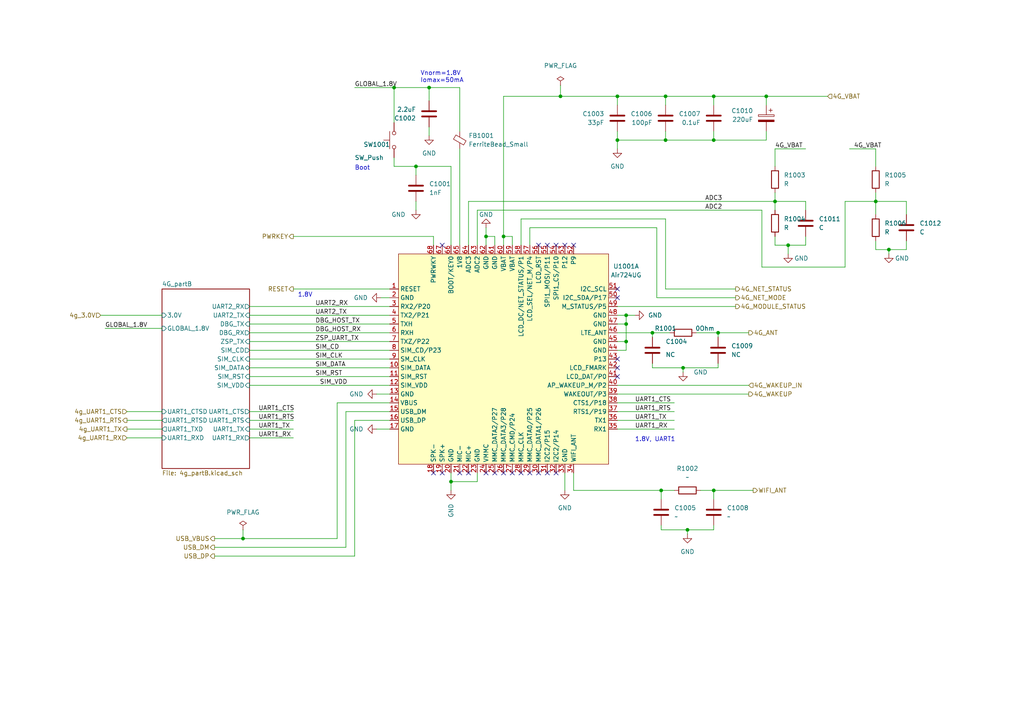
<source format=kicad_sch>
(kicad_sch (version 20211123) (generator eeschema)
  (paper "A4")
  (lib_symbols
    (symbol "Device:C" (pin_numbers hide) (pin_names (offset 0.254))
      (property "Reference" "C" (at 0.635 2.54 0))
      (property "Value" "C" (at 0.635 -2.54 0))
      (symbol "C_0_1"
        (polyline (pts (xy -2.032 -0.762) (xy 2.032 -0.762)) (stroke (width 0.508)))
        (polyline (pts (xy -2.032 0.762) (xy 2.032 0.762)) (stroke (width 0.508)))
      )
      (symbol "C_1_1"
        (pin passive line (at 0 3.81 270) (length 2.794) (name "~") (number "1"))
        (pin passive line (at 0 -3.81 90) (length 2.794) (name "~") (number "2"))
      )
    )
    (symbol "Device:C_Polarized" (pin_numbers hide) (pin_names (offset 0.254))
      (property "Reference" "C" (at 0.635 2.54 0))
      (property "Value" "C_Polarized" (at 0.635 -2.54 0))
      (symbol "C_Polarized_0_1"
        (rectangle (start -2.286 0.508) (end 2.286 1.016))
        (polyline (pts (xy -1.778 2.286) (xy -0.762 2.286)))
        (polyline (pts (xy -1.27 2.794) (xy -1.27 1.778)))
        (rectangle (start 2.286 -0.508) (end -2.286 -1.016) (fill (type outline)))
      )
      (symbol "C_Polarized_1_1"
        (pin passive line (at 0 3.81 270) (length 2.794) (name "~") (number "1"))
        (pin passive line (at 0 -3.81 90) (length 2.794) (name "~") (number "2"))
      )
    )
    (symbol "Device:FerriteBead_Small" (pin_numbers hide) (pin_names (offset 0))
      (property "Reference" "FB" (at 1.905 1.27 0))
      (property "Value" "FerriteBead_Small" (at 1.905 -1.27 0))
      (symbol "FerriteBead_Small_0_1"
        (polyline (pts (xy 0 -1.27) (xy 0 -0.7874)))
        (polyline (pts (xy 0 0.889) (xy 0 1.2954)))
        (polyline (pts (xy -1.8288 0.2794) (xy -1.1176 1.4986) (xy 1.8288 -0.2032) (xy 1.1176 -1.4224) (xy -1.8288 0.2794)))
      )
      (symbol "FerriteBead_Small_1_1"
        (pin passive line (at 0 2.54 270) (length 1.27) (name "~") (number "1"))
        (pin passive line (at 0 -2.54 90) (length 1.27) (name "~") (number "2"))
      )
    )
    (symbol "Device:R" (pin_numbers hide) (pin_names (offset 0))
      (property "Reference" "R" (at 2.032 0 90))
      (property "Value" "R" (at 0 0 90))
      (symbol "R_0_1"
        (rectangle (start -1.016 -2.54) (end 1.016 2.54) (stroke (width 0.254)))
      )
      (symbol "R_1_1"
        (pin passive line (at 0 3.81 270) (length 1.27) (name "~") (number "1"))
        (pin passive line (at 0 -3.81 90) (length 1.27) (name "~") (number "2"))
      )
    )
    (symbol "Switch:SW_Push" (pin_numbers hide) (pin_names (offset 1.016) hide)
      (property "Reference" "SW" (at 1.27 2.54 0))
      (property "Value" "SW_Push" (at 0 -1.524 0))
      (symbol "SW_Push_0_1"
        (circle (center -2.032 0) (radius 0.508))
        (polyline (pts (xy 0 1.27) (xy 0 3.048)))
        (polyline (pts (xy 2.54 1.27) (xy -2.54 1.27)))
        (circle (center 2.032 0) (radius 0.508))
        (pin passive line (at -5.08 0 0) (length 2.54) (name "1") (number "1"))
        (pin passive line (at 5.08 0 180) (length 2.54) (name "2") (number "2"))
      )
    )
    (symbol "lp-collapse:Air724UG"
      (property "Reference" "U" (at 0 0 0))
      (property "Value" "Air724UG" (at 0 0 0))
      (symbol "Air724UG_1_1"
        (rectangle (start -30.48 30.48) (end 30.48 -30.48) (fill (type background)))
        (pin input line (at -33.02 20.32 0) (length 2.54) (name "RESET") (number "1"))
        (pin input line (at -33.02 -2.54 0) (length 2.54) (name "SIM_DATA") (number "10"))
        (pin output line (at -33.02 -5.08 0) (length 2.54) (name "SIM_RST") (number "11"))
        (pin power_out line (at -33.02 -7.62 0) (length 2.54) (name "SIM_VDD") (number "12"))
        (pin power_in line (at -33.02 -10.16 0) (length 2.54) (name "GND") (number "13"))
        (pin power_in line (at -33.02 -12.7 0) (length 2.54) (name "VBUS") (number "14"))
        (pin bidirectional line (at -33.02 -15.24 0) (length 2.54) (name "USB_DM") (number "15"))
        (pin bidirectional line (at -33.02 -17.78 0) (length 2.54) (name "USB_DP") (number "16"))
        (pin input line (at -33.02 -20.32 0) (length 2.54) (name "GND") (number "17"))
        (pin output line (at -20.32 -33.02 90) (length 2.54) (name "SPK-") (number "18"))
        (pin output line (at -17.78 -33.02 90) (length 2.54) (name "SPK+") (number "19"))
        (pin power_in line (at -33.02 17.78 0) (length 2.54) (name "GND") (number "2"))
        (pin power_in line (at -15.24 -33.02 90) (length 2.54) (name "GND") (number "20"))
        (pin bidirectional line (at -12.7 -33.02 90) (length 2.54) (name "MIC-") (number "21"))
        (pin bidirectional line (at -10.16 -33.02 90) (length 2.54) (name "MIC+") (number "22"))
        (pin power_in line (at -7.62 -33.02 90) (length 2.54) (name "GND") (number "23"))
        (pin power_out line (at -5.08 -33.02 90) (length 2.54) (name "VMMC") (number "24"))
        (pin bidirectional line (at -2.54 -33.02 90) (length 2.54) (name "MMC_DATA2/P27") (number "25"))
        (pin bidirectional line (at 0 -33.02 90) (length 2.54) (name "MMC_DATA3/P28") (number "26"))
        (pin bidirectional line (at 2.54 -33.02 90) (length 2.54) (name "MMC_CMD/P24") (number "27"))
        (pin bidirectional line (at 5.08 -33.02 90) (length 2.54) (name "MMC_CLK") (number "28"))
        (pin bidirectional line (at 7.62 -33.02 90) (length 2.54) (name "MMC_DATA0/P25") (number "29"))
        (pin bidirectional line (at -33.02 15.24 0) (length 2.54) (name "RX2/P20") (number "3"))
        (pin bidirectional line (at 10.16 -33.02 90) (length 2.54) (name "MMC_DATA1/P26") (number "30"))
        (pin bidirectional line (at 12.7 -33.02 90) (length 2.54) (name "I2C2/P15") (number "31"))
        (pin bidirectional line (at 15.24 -33.02 90) (length 2.54) (name "I2C2/P14") (number "32"))
        (pin power_in line (at 17.78 -33.02 90) (length 2.54) (name "GND") (number "33"))
        (pin passive line (at 20.32 -33.02 90) (length 2.54) (name "WIFI_ANT") (number "34"))
        (pin bidirectional line (at 33.02 -20.32 180) (length 2.54) (name "RX1") (number "35"))
        (pin bidirectional line (at 33.02 -17.78 180) (length 2.54) (name "TX1") (number "36"))
        (pin bidirectional line (at 33.02 -15.24 180) (length 2.54) (name "RTS1/P19") (number "37"))
        (pin bidirectional line (at 33.02 -12.7 180) (length 2.54) (name "CTS1/P18") (number "38"))
        (pin bidirectional line (at 33.02 -10.16 180) (length 2.54) (name "WAKEOUT/P3") (number "39"))
        (pin bidirectional line (at -33.02 12.7 0) (length 2.54) (name "TX2/P21") (number "4"))
        (pin bidirectional line (at 33.02 -7.62 180) (length 2.54) (name "AP_WAKEUP_M/P2") (number "40"))
        (pin bidirectional line (at 33.02 -5.08 180) (length 2.54) (name "LCD_DAT/P0") (number "41"))
        (pin bidirectional line (at 33.02 -2.54 180) (length 2.54) (name "LCD_FMARK") (number "42"))
        (pin bidirectional line (at 33.02 0 180) (length 2.54) (name "P13") (number "43"))
        (pin power_in line (at 33.02 2.54 180) (length 2.54) (name "GND") (number "44"))
        (pin power_in line (at 33.02 5.08 180) (length 2.54) (name "GND") (number "45"))
        (pin passive line (at 33.02 7.62 180) (length 2.54) (name "LTE_ANT") (number "46"))
        (pin power_in line (at 33.02 10.16 180) (length 2.54) (name "GND") (number "47"))
        (pin power_in line (at 33.02 12.7 180) (length 2.54) (name "GND") (number "48"))
        (pin output line (at 33.02 15.24 180) (length 2.54) (name "M_STATUS/P5") (number "49"))
        (pin bidirectional line (at -33.02 10.16 0) (length 2.54) (name "TXH") (number "5"))
        (pin bidirectional line (at 33.02 17.78 180) (length 2.54) (name "I2C_SDA/P17") (number "50"))
        (pin bidirectional line (at 33.02 20.32 180) (length 2.54) (name "I2C_SCL") (number "51"))
        (pin bidirectional line (at 20.32 33.02 270) (length 2.54) (name "P9") (number "52"))
        (pin bidirectional line (at 17.78 33.02 270) (length 2.54) (name "P12") (number "53"))
        (pin bidirectional line (at 15.24 33.02 270) (length 2.54) (name "SPI1_CS/P10") (number "54"))
        (pin bidirectional line (at 12.7 33.02 270) (length 2.54) (name "SPI1_MOSI/P11") (number "55"))
        (pin bidirectional line (at 10.16 33.02 270) (length 2.54) (name "LCD_RST") (number "56"))
        (pin bidirectional line (at 7.62 33.02 270) (length 2.54) (name "LCD_SEL/NET_M/P4") (number "57"))
        (pin output line (at 5.08 33.02 270) (length 2.54) (name "LCD_DC/NET_STATUS/P1") (number "58"))
        (pin power_in line (at 2.54 33.02 270) (length 2.54) (name "VBAT") (number "59"))
        (pin bidirectional line (at -33.02 7.62 0) (length 2.54) (name "RXH") (number "6"))
        (pin power_in line (at 0 33.02 270) (length 2.54) (name "VBAT") (number "60"))
        (pin input line (at -2.54 33.02 270) (length 2.54) (name "GND") (number "61"))
        (pin input line (at -5.08 33.02 270) (length 2.54) (name "GND") (number "62"))
        (pin input line (at -7.62 33.02 270) (length 2.54) (name "ADC2") (number "63"))
        (pin input line (at -10.16 33.02 270) (length 2.54) (name "ADC3") (number "64"))
        (pin power_out line (at -12.7 33.02 270) (length 2.54) (name "1V8") (number "65"))
        (pin input line (at -15.24 33.02 270) (length 2.54) (name "BOOT/KEY0") (number "66"))
        (pin input line (at -17.78 33.02 270) (length 2.54) (name "~") (number "67"))
        (pin input line (at -20.32 33.02 270) (length 2.54) (name "PWRWKY") (number "68"))
        (pin bidirectional line (at -33.02 5.08 0) (length 2.54) (name "TXZ/P22") (number "7"))
        (pin input line (at -33.02 2.54 0) (length 2.54) (name "SIM_CD/P23") (number "8"))
        (pin output line (at -33.02 0 0) (length 2.54) (name "SM_CLK") (number "9"))
      )
      (symbol "Air724UG_2_1"
        (rectangle (start -25.4 34.29) (end 25.4 -31.75) (fill (type background)))
        (pin power_in line (at 27.94 -13.97 180) (length 2.54) (name "GND") (number "100"))
        (pin bidirectional line (at 27.94 -11.43 180) (length 2.54) (name "EAR_P") (number "101"))
        (pin bidirectional line (at 27.94 -8.89 180) (length 2.54) (name "EAR_N") (number "102"))
        (pin bidirectional line (at 27.94 -6.35 180) (length 2.54) (name "HP_R") (number "103"))
        (pin bidirectional line (at 27.94 -3.81 180) (length 2.54) (name "HEADMIC_N") (number "104"))
        (pin bidirectional line (at 27.94 -1.27 180) (length 2.54) (name "HEADMIC_IN_DET") (number "105"))
        (pin bidirectional line (at 27.94 1.27 180) (length 2.54) (name "HP_DET") (number "106"))
        (pin power_in line (at 27.94 3.81 180) (length 2.54) (name "GND") (number "107"))
        (pin power_in line (at 27.94 6.35 180) (length 2.54) (name "GND") (number "108"))
        (pin power_in line (at 27.94 8.89 180) (length 2.54) (name "GND") (number "109"))
        (pin bidirectional line (at 27.94 11.43 180) (length 2.54) (name "~") (number "110"))
        (pin bidirectional line (at 27.94 13.97 180) (length 2.54) (name "~") (number "111"))
        (pin bidirectional line (at 27.94 16.51 180) (length 2.54) (name "HP_L") (number "112"))
        (pin bidirectional line (at 27.94 19.05 180) (length 2.54) (name "HEADMIC_P") (number "113"))
        (pin bidirectional line (at 27.94 21.59 180) (length 2.54) (name "HEADMIC_BIAS") (number "114"))
        (pin open_collector line (at 27.94 24.13 180) (length 2.54) (name "IB0") (number "115"))
        (pin power_in line (at 27.94 26.67 180) (length 2.54) (name "GND") (number "116"))
        (pin power_in line (at 27.94 29.21 180) (length 2.54) (name "GND") (number "117"))
        (pin bidirectional line (at -27.94 31.75 0) (length 2.54) (name "SIM1_CLK/P29") (number "69"))
        (pin bidirectional line (at -27.94 29.21 0) (length 2.54) (name "SIM1_DAT/P30") (number "70"))
        (pin bidirectional line (at -27.94 26.67 0) (length 2.54) (name "SIM1_RST/P31") (number "71"))
        (pin power_out line (at -27.94 24.13 0) (length 2.54) (name "SIM1_VCC") (number "72"))
        (pin bidirectional line (at -27.94 21.59 0) (length 2.54) (name "PSM_EXT_INT") (number "73"))
        (pin bidirectional line (at -27.94 19.05 0) (length 2.54) (name "I2S2_LRCK") (number "74"))
        (pin bidirectional line (at -27.94 16.51 0) (length 2.54) (name "I2S2_BCK") (number "75"))
        (pin bidirectional line (at -27.94 13.97 0) (length 2.54) (name "I2S2_SDAT_OUT") (number "76"))
        (pin power_in line (at -27.94 11.43 0) (length 2.54) (name "GND") (number "77"))
        (pin input line (at -27.94 8.89 0) (length 2.54) (name "CAM_PWDN") (number "78"))
        (pin power_out line (at -27.94 6.35 0) (length 2.54) (name "VCC_CAMA") (number "79"))
        (pin power_out line (at -27.94 3.81 0) (length 2.54) (name "VCC_CAMD") (number "80"))
        (pin power_out line (at -27.94 1.27 0) (length 2.54) (name "VCC_LCD") (number "81"))
        (pin bidirectional line (at -27.94 -1.27 0) (length 2.54) (name "P7") (number "82"))
        (pin bidirectional line (at -27.94 -3.81 0) (length 2.54) (name "I2S2_SDAT_IN") (number "83"))
        (pin bidirectional line (at -27.94 -6.35 0) (length 2.54) (name "CAM_RST") (number "84"))
        (pin bidirectional line (at -27.94 -8.89 0) (length 2.54) (name "CAM_REFCLK") (number "85"))
        (pin bidirectional line (at -27.94 -11.43 0) (length 2.54) (name "CAM_SCK") (number "86"))
        (pin bidirectional line (at -27.94 -13.97 0) (length 2.54) (name "CAM_SIO") (number "87"))
        (pin bidirectional line (at -27.94 -16.51 0) (length 2.54) (name "CAM_SI1") (number "88"))
        (pin bidirectional line (at -27.94 -19.05 0) (length 2.54) (name "RX3") (number "89"))
        (pin bidirectional line (at -27.94 -21.59 0) (length 2.54) (name "TX3") (number "90"))
        (pin bidirectional line (at -27.94 -24.13 0) (length 2.54) (name "KEYIN1") (number "91"))
        (pin bidirectional line (at -27.94 -26.67 0) (length 2.54) (name "KEYIN2") (number "92"))
        (pin bidirectional line (at -27.94 -29.21 0) (length 2.54) (name "KEYIN3") (number "93"))
        (pin bidirectional line (at 27.94 -29.21 180) (length 2.54) (name "KEYIN4") (number "94"))
        (pin bidirectional line (at 27.94 -26.67 180) (length 2.54) (name "KEYIN5") (number "95"))
        (pin bidirectional line (at 27.94 -24.13 180) (length 2.54) (name "KEYOUT0") (number "96"))
        (pin bidirectional line (at 27.94 -21.59 180) (length 2.54) (name "KEYOUT1") (number "97"))
        (pin bidirectional line (at 27.94 -19.05 180) (length 2.54) (name "KEYOUT2") (number "98"))
        (pin bidirectional line (at 27.94 -16.51 180) (length 2.54) (name "KEYOUT3") (number "99"))
      )
    )
    (symbol "power:GND" (power) (pin_names (offset 0))
      (property "Value" "GND" (at 0 -3.81 0))
      (symbol "GND_0_1"
        (polyline (pts (xy 0 0) (xy 0 -1.27) (xy 1.27 -1.27) (xy 0 -2.54) (xy -1.27 -1.27) (xy 0 -1.27)))
      )
      (symbol "GND_1_1"
        (pin power_in line (at 0 0 270) (length 0) hide (name "GND") (number "1"))
      )
    )
    (symbol "power:PWR_FLAG" (power) (pin_numbers hide) (pin_names (offset 0) hide)
      (property "Value" "PWR_FLAG" (at 0 3.81 0))
      (symbol "PWR_FLAG_0_0"
        (pin power_out line (at 0 0 90) (length 0) (name "pwr") (number "1"))
      )
      (symbol "PWR_FLAG_0_1"
        (polyline (pts (xy 0 0) (xy 0 1.27) (xy -1.016 1.905) (xy 0 2.54) (xy 1.016 1.905) (xy 0 1.27)))
      )
    )
  )
  (junction (at 257.81 72.39))
  (junction (at 199.39 153.67))
  (junction (at 224.79 58.42))
  (junction (at 189.23 96.52))
  (junction (at 179.07 40.64))
  (junction (at 70.485 156.21))
  (junction (at 198.12 106.68))
  (junction (at 120.65 48.26))
  (junction (at 114.3 25.4))
  (junction (at 208.28 96.52))
  (junction (at 207.01 27.94))
  (junction (at 207.01 142.24))
  (junction (at 181.61 91.44))
  (junction (at 254 58.42))
  (junction (at 140.97 68.58))
  (junction (at 179.07 27.94))
  (junction (at 207.01 40.64))
  (junction (at 181.61 99.06))
  (junction (at 191.77 142.24))
  (junction (at 193.04 27.94))
  (junction (at 162.56 27.94))
  (junction (at 228.6 71.12))
  (junction (at 146.05 68.58))
  (junction (at 130.81 139.7))
  (junction (at 124.46 25.4))
  (junction (at 181.61 93.98))
  (junction (at 193.04 40.64))
  (junction (at 222.25 27.94))
  (no_connect (at 179.07 86.36))
  (no_connect (at 179.07 83.82))
  (no_connect (at 166.37 71.12))
  (no_connect (at 156.21 71.12))
  (no_connect (at 158.75 71.12))
  (no_connect (at 161.29 71.12))
  (no_connect (at 163.83 71.12))
  (no_connect (at 179.07 109.22))
  (no_connect (at 179.07 106.68))
  (no_connect (at 151.13 137.16))
  (no_connect (at 153.67 137.16))
  (no_connect (at 156.21 137.16))
  (no_connect (at 158.75 137.16))
  (no_connect (at 161.29 137.16))
  (no_connect (at 148.59 137.16))
  (no_connect (at 146.05 137.16))
  (no_connect (at 140.97 137.16))
  (no_connect (at 143.51 137.16))
  (no_connect (at 135.89 137.16))
  (no_connect (at 133.35 137.16))
  (no_connect (at 125.73 137.16))
  (no_connect (at 128.27 137.16))
  (no_connect (at 179.07 104.14))
  (no_connect (at 128.27 71.12))
  (wire (pts (xy 151.13 63.5) (xy 151.13 71.12)))
  (wire (pts (xy 72.39 93.98) (xy 113.03 93.98)))
  (wire (pts (xy 143.51 68.58) (xy 143.51 71.12)))
  (wire (pts (xy 179.07 111.76) (xy 217.17 111.76)))
  (wire (pts (xy 36.83 127) (xy 46.99 127)))
  (wire (pts (xy 193.04 63.5) (xy 193.04 83.82)))
  (wire (pts (xy 72.39 99.06) (xy 113.03 99.06)))
  (wire (pts (xy 62.23 161.29) (xy 102.87 161.29)))
  (wire (pts (xy 191.77 153.67) (xy 199.39 153.67)))
  (wire (pts (xy 254 69.85) (xy 254 72.39)))
  (wire (pts (xy 257.81 72.39) (xy 262.89 72.39)))
  (wire (pts (xy 151.13 63.5) (xy 193.04 63.5)))
  (wire (pts (xy 179.07 88.9) (xy 213.36 88.9)))
  (wire (pts (xy 208.28 97.79) (xy 208.28 96.52)))
  (wire (pts (xy 138.43 60.96) (xy 220.98 60.96)))
  (wire (pts (xy 193.04 40.64) (xy 179.07 40.64)))
  (wire (pts (xy 207.01 40.64) (xy 193.04 40.64)))
  (wire (pts (xy 208.28 96.52) (xy 217.17 96.52)))
  (wire (pts (xy 146.05 68.58) (xy 146.05 27.94)))
  (wire (pts (xy 245.11 77.47) (xy 245.11 58.42)))
  (wire (pts (xy 207.01 27.94) (xy 193.04 27.94)))
  (wire (pts (xy 72.39 101.6) (xy 113.03 101.6)))
  (wire (pts (xy 207.01 27.94) (xy 222.25 27.94)))
  (wire (pts (xy 72.39 104.14) (xy 113.03 104.14)))
  (wire (pts (xy 257.81 72.39) (xy 257.81 73.66)))
  (wire (pts (xy 193.04 30.48) (xy 193.04 27.94)))
  (wire (pts (xy 72.39 124.46) (xy 85.09 124.46)))
  (wire (pts (xy 124.46 25.4) (xy 133.35 25.4)))
  (wire (pts (xy 179.07 116.84) (xy 195.58 116.84)))
  (wire (pts (xy 163.83 137.16) (xy 163.83 142.24)))
  (wire (pts (xy 46.99 95.25) (xy 30.48 95.25)))
  (wire (pts (xy 124.46 25.4) (xy 124.46 29.21)))
  (wire (pts (xy 72.39 106.68) (xy 113.03 106.68)))
  (wire (pts (xy 262.89 58.42) (xy 254 58.42)))
  (wire (pts (xy 72.39 96.52) (xy 113.03 96.52)))
  (wire (pts (xy 153.67 66.04) (xy 190.5 66.04)))
  (wire (pts (xy 179.07 96.52) (xy 189.23 96.52)))
  (wire (pts (xy 222.25 38.1) (xy 222.25 40.64)))
  (wire (pts (xy 113.03 116.84) (xy 97.79 116.84)))
  (wire (pts (xy 207.01 142.24) (xy 218.44 142.24)))
  (wire (pts (xy 72.39 119.38) (xy 85.09 119.38)))
  (wire (pts (xy 130.81 48.26) (xy 130.81 71.12)))
  (wire (pts (xy 179.07 91.44) (xy 181.61 91.44)))
  (wire (pts (xy 245.11 58.42) (xy 254 58.42)))
  (wire (pts (xy 254 48.26) (xy 254 43.18)))
  (wire (pts (xy 120.65 48.26) (xy 120.65 50.8)))
  (wire (pts (xy 246.38 43.18) (xy 254 43.18)))
  (wire (pts (xy 114.3 25.4) (xy 114.3 35.56)))
  (wire (pts (xy 114.3 25.4) (xy 124.46 25.4)))
  (wire (pts (xy 85.09 68.58) (xy 125.73 68.58)))
  (wire (pts (xy 97.79 116.84) (xy 97.79 156.21)))
  (wire (pts (xy 181.61 91.44) (xy 181.61 93.98)))
  (wire (pts (xy 222.25 27.94) (xy 222.25 30.48)))
  (wire (pts (xy 109.22 124.46) (xy 113.03 124.46)))
  (wire (pts (xy 189.23 96.52) (xy 194.31 96.52)))
  (wire (pts (xy 262.89 62.23) (xy 262.89 58.42)))
  (wire (pts (xy 191.77 152.4) (xy 191.77 153.67)))
  (wire (pts (xy 224.79 58.42) (xy 224.79 60.96)))
  (wire (pts (xy 102.87 25.4) (xy 114.3 25.4)))
  (wire (pts (xy 162.56 27.94) (xy 179.07 27.94)))
  (wire (pts (xy 85.09 83.82) (xy 113.03 83.82)))
  (wire (pts (xy 228.6 71.12) (xy 228.6 73.66)))
  (wire (pts (xy 72.39 111.76) (xy 113.03 111.76)))
  (wire (pts (xy 179.07 121.92) (xy 195.58 121.92)))
  (wire (pts (xy 262.89 72.39) (xy 262.89 69.85)))
  (wire (pts (xy 138.43 137.16) (xy 138.43 139.7)))
  (wire (pts (xy 135.89 58.42) (xy 224.79 58.42)))
  (wire (pts (xy 179.07 114.3) (xy 217.17 114.3)))
  (wire (pts (xy 179.07 40.64) (xy 179.07 43.18)))
  (wire (pts (xy 198.12 106.68) (xy 198.12 107.95)))
  (wire (pts (xy 208.28 96.52) (xy 201.93 96.52)))
  (wire (pts (xy 233.68 58.42) (xy 224.79 58.42)))
  (wire (pts (xy 179.07 124.46) (xy 195.58 124.46)))
  (wire (pts (xy 193.04 38.1) (xy 193.04 40.64)))
  (wire (pts (xy 254 72.39) (xy 257.81 72.39)))
  (wire (pts (xy 114.3 45.72) (xy 114.3 48.26)))
  (wire (pts (xy 208.28 105.41) (xy 208.28 106.68)))
  (wire (pts (xy 138.43 139.7) (xy 130.81 139.7)))
  (wire (pts (xy 36.83 121.92) (xy 46.99 121.92)))
  (wire (pts (xy 138.43 71.12) (xy 138.43 60.96)))
  (wire (pts (xy 207.01 38.1) (xy 207.01 40.64)))
  (wire (pts (xy 222.25 40.64) (xy 207.01 40.64)))
  (wire (pts (xy 190.5 86.36) (xy 213.36 86.36)))
  (wire (pts (xy 189.23 96.52) (xy 189.23 97.79)))
  (wire (pts (xy 166.37 137.16) (xy 166.37 142.24)))
  (wire (pts (xy 207.01 27.94) (xy 207.01 30.48)))
  (wire (pts (xy 224.79 71.12) (xy 228.6 71.12)))
  (wire (pts (xy 224.79 68.58) (xy 224.79 71.12)))
  (wire (pts (xy 190.5 66.04) (xy 190.5 86.36)))
  (wire (pts (xy 240.03 27.94) (xy 222.25 27.94)))
  (wire (pts (xy 72.39 91.44) (xy 113.03 91.44)))
  (wire (pts (xy 179.07 27.94) (xy 179.07 30.48)))
  (wire (pts (xy 114.3 48.26) (xy 120.65 48.26)))
  (wire (pts (xy 193.04 27.94) (xy 179.07 27.94)))
  (wire (pts (xy 191.77 142.24) (xy 195.58 142.24)))
  (wire (pts (xy 120.65 58.42) (xy 120.65 60.96)))
  (wire (pts (xy 162.56 24.765) (xy 162.56 27.94)))
  (wire (pts (xy 124.46 39.37) (xy 124.46 36.83)))
  (wire (pts (xy 179.07 99.06) (xy 181.61 99.06)))
  (wire (pts (xy 181.61 93.98) (xy 181.61 99.06)))
  (wire (pts (xy 179.07 93.98) (xy 181.61 93.98)))
  (wire (pts (xy 125.73 71.12) (xy 125.73 68.58)))
  (wire (pts (xy 207.01 142.24) (xy 203.2 142.24)))
  (wire (pts (xy 140.97 66.04) (xy 140.97 68.58)))
  (wire (pts (xy 179.07 119.38) (xy 195.58 119.38)))
  (wire (pts (xy 148.59 68.58) (xy 148.59 71.12)))
  (wire (pts (xy 198.12 106.68) (xy 208.28 106.68)))
  (wire (pts (xy 228.6 71.12) (xy 233.68 71.12)))
  (wire (pts (xy 220.98 77.47) (xy 245.11 77.47)))
  (wire (pts (xy 130.81 139.7) (xy 130.81 142.24)))
  (wire (pts (xy 72.39 121.92) (xy 85.09 121.92)))
  (wire (pts (xy 207.01 144.78) (xy 207.01 142.24)))
  (wire (pts (xy 191.77 142.24) (xy 191.77 144.78)))
  (wire (pts (xy 72.39 88.9) (xy 113.03 88.9)))
  (wire (pts (xy 179.07 101.6) (xy 181.61 101.6)))
  (wire (pts (xy 135.89 71.12) (xy 135.89 58.42)))
  (wire (pts (xy 113.03 119.38) (xy 100.33 119.38)))
  (wire (pts (xy 29.21 91.44) (xy 46.99 91.44)))
  (wire (pts (xy 133.35 38.1) (xy 133.35 25.4)))
  (wire (pts (xy 36.83 119.38) (xy 46.99 119.38)))
  (wire (pts (xy 193.04 83.82) (xy 213.36 83.82)))
  (wire (pts (xy 233.68 68.58) (xy 233.68 71.12)))
  (wire (pts (xy 199.39 153.67) (xy 199.39 154.94)))
  (wire (pts (xy 130.81 137.16) (xy 130.81 139.7)))
  (wire (pts (xy 110.49 86.36) (xy 113.03 86.36)))
  (wire (pts (xy 140.97 71.12) (xy 140.97 68.58)))
  (wire (pts (xy 140.97 68.58) (xy 143.51 68.58)))
  (wire (pts (xy 181.61 99.06) (xy 181.61 101.6)))
  (wire (pts (xy 233.68 43.18) (xy 224.79 43.18)))
  (wire (pts (xy 113.03 121.92) (xy 102.87 121.92)))
  (wire (pts (xy 224.79 48.26) (xy 224.79 43.18)))
  (wire (pts (xy 254 58.42) (xy 254 62.23)))
  (wire (pts (xy 62.23 158.75) (xy 100.33 158.75)))
  (wire (pts (xy 199.39 153.67) (xy 207.01 153.67)))
  (wire (pts (xy 36.83 124.46) (xy 46.99 124.46)))
  (wire (pts (xy 220.98 60.96) (xy 220.98 77.47)))
  (wire (pts (xy 166.37 142.24) (xy 191.77 142.24)))
  (wire (pts (xy 62.23 156.21) (xy 70.485 156.21)))
  (wire (pts (xy 146.05 68.58) (xy 148.59 68.58)))
  (wire (pts (xy 146.05 71.12) (xy 146.05 68.58)))
  (wire (pts (xy 181.61 91.44) (xy 184.15 91.44)))
  (wire (pts (xy 224.79 55.88) (xy 224.79 58.42)))
  (wire (pts (xy 72.39 127) (xy 85.09 127)))
  (wire (pts (xy 130.81 48.26) (xy 120.65 48.26)))
  (wire (pts (xy 102.87 121.92) (xy 102.87 161.29)))
  (wire (pts (xy 189.23 106.68) (xy 198.12 106.68)))
  (wire (pts (xy 70.485 153.67) (xy 70.485 156.21)))
  (wire (pts (xy 72.39 109.22) (xy 113.03 109.22)))
  (wire (pts (xy 254 55.88) (xy 254 58.42)))
  (wire (pts (xy 109.22 114.3) (xy 113.03 114.3)))
  (wire (pts (xy 207.01 152.4) (xy 207.01 153.67)))
  (wire (pts (xy 189.23 105.41) (xy 189.23 106.68)))
  (wire (pts (xy 179.07 38.1) (xy 179.07 40.64)))
  (wire (pts (xy 146.05 27.94) (xy 162.56 27.94)))
  (wire (pts (xy 133.35 71.12) (xy 133.35 43.18)))
  (wire (pts (xy 233.68 60.96) (xy 233.68 58.42)))
  (wire (pts (xy 100.33 119.38) (xy 100.33 158.75)))
  (wire (pts (xy 153.67 66.04) (xy 153.67 71.12)))
  (wire (pts (xy 70.485 156.21) (xy 97.79 156.21)))
  (text "1.8V" (at 86.36 86.36 0) (effects (font (size 1.27 1.27)) (justify left bottom)))
  (text "1.8V, UART1" (at 184.15 128.27 0) (effects (font (size 1.27 1.27)) (justify left bottom)))
  (text "Boot" (at 102.87 49.53 0) (effects (font (size 1.27 1.27)) (justify left bottom)))
  (text "Vnorm=1.8V\nIomax=50mA" (at 121.92 24.13 0) (effects (font (size 1.27 1.27)) (justify left bottom)))
  (label "SIM_CLK" (at 91.44 104.14 0))
  (label "UART2_RX" (at 91.44 88.9 0))
  (label "UART1_TX" (at 74.93 124.46 0))
  (label "4G_VBAT" (at 247.65 43.18 0))
  (label "UART1_RTS" (at 74.93 121.92 0))
  (label "ADC2" (at 204.47 60.96 0))
  (label "4G_VBAT" (at 224.79 43.18 0))
  (label "DBG_HOST_RX" (at 91.44 96.52 0))
  (label "UART1_RTS" (at 184.15 119.38 0))
  (label "UART2_TX" (at 91.44 91.44 0))
  (label "UART1_TX" (at 184.15 121.92 0))
  (label "SIM_RST" (at 91.44 109.22 0))
  (label "GLOBAL_1.8V" (at 30.48 95.25 0))
  (label "SIM_VDD" (at 92.71 111.76 0))
  (label "UART1_CTS" (at 74.93 119.38 0))
  (label "ZSP_UART_TX" (at 91.44 99.06 0))
  (label "DBG_HOST_TX" (at 91.44 93.98 0))
  (label "UART1_RX" (at 74.93 127 0))
  (label "UART1_CTS" (at 184.15 116.84 0))
  (label "SIM_DATA" (at 91.44 106.68 0))
  (label "UART1_RX" (at 184.15 124.46 0))
  (label "SIM_CD" (at 91.44 101.6 0))
  (label "GLOBAL_1.8V" (at 102.87 25.4 0))
  (label "ADC3" (at 204.47 58.42 0))
  (hierarchical_label "4g_UART1_RTS" (shape output) (at 36.83 121.92 180))
  (hierarchical_label "4g_UART1_RX" (shape input) (at 36.83 127 180))
  (hierarchical_label "USB_DM" (shape output) (at 62.23 158.75 180))
  (hierarchical_label "PWRKEY" (shape output) (at 85.09 68.58 180))
  (hierarchical_label "4g_UART1_TX" (shape output) (at 36.83 124.46 180))
  (hierarchical_label "WIFI_ANT" (shape output) (at 218.44 142.24 0))
  (hierarchical_label "4G_NET_MODE" (shape output) (at 213.36 86.36 0))
  (hierarchical_label "RESET" (shape output) (at 85.09 83.82 180))
  (hierarchical_label "4G_MODULE_STATUS" (shape output) (at 213.36 88.9 0))
  (hierarchical_label "4G_VBAT" (shape input) (at 240.03 27.94 0))
  (hierarchical_label "USB_DP" (shape output) (at 62.23 161.29 180))
  (hierarchical_label "4g_3.0V" (shape input) (at 29.21 91.44 180))
  (hierarchical_label "4G_WAKEUP" (shape output) (at 217.17 114.3 0))
  (hierarchical_label "4G_WAKEUP_IN" (shape input) (at 217.17 111.76 0))
  (hierarchical_label "4G_NET_STATUS" (shape output) (at 213.36 83.82 0))
  (hierarchical_label "USB_VBUS" (shape output) (at 62.23 156.21 180))
  (hierarchical_label "4G_ANT" (shape output) (at 217.17 96.52 0))
  (hierarchical_label "4g_UART1_CTS" (shape input) (at 36.83 119.38 180))
  (symbol (lib_id "power:GND") (at 124.46 39.37 0) (unit 1)
    (property "Reference" "#PWR01005" (effects hide))
    (property "Value" "GND" (at 124.46 44.45 0))
  )
  (symbol (lib_id "Device:R") (at 254 66.04 0) (unit 1)
    (property "Reference" "R1006" (at 256.54 64.7699 0) (effects (justify left)))
    (property "Value" "R" (at 256.54 67.3099 0) (effects (justify left)))
  )
  (symbol (lib_id "power:GND") (at 109.22 124.46 270) (unit 1)
    (property "Reference" "#PWR01002" (effects hide))
    (property "Value" "~" (at 105.41 124.4599 90) (effects (justify right)))
  )
  (symbol (lib_id "Device:R") (at 199.39 142.24 90) (unit 1)
    (property "Reference" "R1002" (at 199.39 135.89 90))
    (property "Value" "~" (at 199.39 138.43 90))
  )
  (symbol (lib_id "Device:R") (at 224.79 64.77 0) (unit 1)
    (property "Reference" "R1004" (at 227.33 63.4999 0) (effects (justify left)))
    (property "Value" "R" (at 227.33 66.0399 0) (effects (justify left)))
  )
  (symbol (lib_id "Device:C") (at 193.04 34.29 0) (mirror y) (unit 1)
    (property "Reference" "C1006" (at 189.23 33.0199 0) (effects (justify left)))
    (property "Value" "100pF" (at 189.23 35.5599 0) (effects (justify left)))
  )
  (symbol (lib_id "Switch:SW_Push") (at 114.3 40.64 90) (unit 1)
    (property "Reference" "SW1001" (at 105.41 41.91 90) (effects (justify right)))
    (property "Value" "SW_Push" (at 102.87 45.72 90) (effects (justify right)))
  )
  (symbol (lib_id "Device:C") (at 124.46 33.02 180) (unit 1)
    (property "Reference" "C1002" (at 120.65 34.2901 0) (effects (justify left)))
    (property "Value" "2.2uF" (at 120.65 31.7501 0) (effects (justify left)))
  )
  (symbol (lib_id "lp-collapse:Air724UG") (at 146.05 104.14 0) (unit 1)
    (property "Reference" "U1001" (at 181.61 77.2412 0))
    (property "Value" "Air724UG" (at 181.61 79.7812 0))
  )
  (symbol (lib_id "power:GND") (at 130.81 142.24 0) (unit 1)
    (property "Reference" "#PWR01006" (effects hide))
    (property "Value" "~" (at 130.8099 146.05 90) (effects (justify right)))
  )
  (symbol (lib_id "Device:C") (at 207.01 148.59 0) (unit 1)
    (property "Reference" "C1008" (at 210.82 147.3199 0) (effects (justify left)))
    (property "Value" "~" (at 210.82 149.8599 0) (effects (justify left)))
  )
  (symbol (lib_id "Device:R") (at 254 52.07 0) (unit 1)
    (property "Reference" "R1005" (at 256.54 50.7999 0) (effects (justify left)))
    (property "Value" "R" (at 256.54 53.3399 0) (effects (justify left)))
  )
  (symbol (lib_id "Device:C") (at 262.89 66.04 0) (unit 1)
    (property "Reference" "C1012" (at 266.7 64.7699 0) (effects (justify left)))
    (property "Value" "C" (at 266.7 67.3099 0) (effects (justify left)))
  )
  (symbol (lib_id "power:GND") (at 109.22 114.3 270) (unit 1)
    (property "Reference" "#PWR01001" (effects hide))
    (property "Value" "GND" (at 105.41 114.2999 90) (effects (justify right)))
  )
  (symbol (lib_id "power:GND") (at 184.15 91.44 90) (unit 1)
    (property "Reference" "#PWR01010" (effects hide))
    (property "Value" "GND" (at 187.96 91.4399 90) (effects (justify right)))
  )
  (symbol (lib_id "power:PWR_FLAG") (at 162.56 24.765 0) (unit 1)
    (property "Reference" "#FLG0118" (effects hide))
    (property "Value" "PWR_FLAG" (at 162.56 19.05 0))
  )
  (symbol (lib_id "Device:R") (at 198.12 96.52 90) (unit 1)
    (property "Reference" "R1001" (at 193.04 95.25 90))
    (property "Value" "0Ohm" (at 204.47 95.25 90))
  )
  (symbol (lib_id "power:GND") (at 228.6 73.66 0) (unit 1)
    (property "Reference" "#PWR01013" (effects hide))
    (property "Value" "GND" (at 232.41 74.93 0))
  )
  (symbol (lib_id "power:GND") (at 257.81 73.66 0) (unit 1)
    (property "Reference" "#PWR01014" (effects hide))
    (property "Value" "GND" (at 261.62 74.93 0))
  )
  (symbol (lib_id "Device:C") (at 189.23 101.6 0) (unit 1)
    (property "Reference" "C1004" (at 193.04 99.06 0) (effects (justify left)))
    (property "Value" "NC" (at 193.04 102.87 0) (effects (justify left)))
  )
  (symbol (lib_id "power:GND") (at 140.97 66.04 180) (unit 1)
    (property "Reference" "#PWR01007" (effects hide))
    (property "Value" "GND" (at 140.97 62.23 0))
  )
  (symbol (lib_id "power:PWR_FLAG") (at 70.485 153.67 0) (unit 1)
    (property "Reference" "#FLG0119" (effects hide))
    (property "Value" "PWR_FLAG" (at 70.485 148.59 0))
  )
  (symbol (lib_id "Device:C") (at 207.01 34.29 0) (mirror y) (unit 1)
    (property "Reference" "C1007" (at 203.2 33.0199 0) (effects (justify left)))
    (property "Value" "0.1uF" (at 203.2 35.5599 0) (effects (justify left)))
  )
  (symbol (lib_id "Device:C") (at 208.28 101.6 0) (unit 1)
    (property "Reference" "C1009" (at 212.09 100.3299 0) (effects (justify left)))
    (property "Value" "NC" (at 212.09 102.8699 0) (effects (justify left)))
  )
  (symbol (lib_id "power:GND") (at 179.07 43.18 0) (mirror y) (unit 1)
    (property "Reference" "#PWR01009" (effects hide))
    (property "Value" "GND" (at 179.07 48.26 0))
  )
  (symbol (lib_id "Device:C") (at 120.65 54.61 0) (unit 1)
    (property "Reference" "C1001" (at 124.46 53.3399 0) (effects (justify left)))
    (property "Value" "1nF" (at 124.46 55.8799 0) (effects (justify left)))
  )
  (symbol (lib_id "power:GND") (at 199.39 154.94 0) (unit 1)
    (property "Reference" "#PWR01012" (effects hide))
    (property "Value" "~" (at 199.39 160.02 0))
  )
  (symbol (lib_id "Device:C_Polarized") (at 222.25 34.29 0) (mirror y) (unit 1)
    (property "Reference" "C1010" (at 218.44 32.1309 0) (effects (justify left)))
    (property "Value" "220uF" (at 218.44 34.6709 0) (effects (justify left)))
  )
  (symbol (lib_id "power:GND") (at 120.65 60.96 0) (unit 1)
    (property "Reference" "#PWR01004" (effects hide))
    (property "Value" "GND" (at 115.57 62.23 0))
  )
  (symbol (lib_id "Device:FerriteBead_Small") (at 133.35 40.64 0) (unit 1)
    (property "Reference" "FB1001" (at 135.89 39.3318 0) (effects (justify left)))
    (property "Value" "FerriteBead_Small" (at 135.89 41.8718 0) (effects (justify left)))
  )
  (symbol (lib_id "power:GND") (at 198.12 107.95 0) (unit 1)
    (property "Reference" "#PWR01011" (effects hide))
    (property "Value" "GND" (at 203.2 107.95 0))
  )
  (symbol (lib_id "Device:C") (at 179.07 34.29 0) (mirror y) (unit 1)
    (property "Reference" "C1003" (at 175.26 33.0199 0) (effects (justify left)))
    (property "Value" "33pF" (at 175.26 35.5599 0) (effects (justify left)))
  )
  (symbol (lib_id "Device:C") (at 191.77 148.59 0) (unit 1)
    (property "Reference" "C1005" (at 195.58 147.3199 0) (effects (justify left)))
    (property "Value" "~" (at 195.58 149.8599 0) (effects (justify left)))
  )
  (symbol (lib_id "power:GND") (at 163.83 142.24 0) (unit 1)
    (property "Reference" "#PWR01008" (effects hide))
    (property "Value" "GND" (at 163.83 147.32 0))
  )
  (symbol (lib_id "power:GND") (at 110.49 86.36 270) (unit 1)
    (property "Reference" "#PWR01003" (effects hide))
    (property "Value" "GND" (at 106.68 86.36 90) (effects (justify right)))
  )
  (symbol (lib_id "Device:C") (at 233.68 64.77 0) (unit 1)
    (property "Reference" "C1011" (at 237.49 63.4999 0) (effects (justify left)))
    (property "Value" "C" (at 237.49 66.0399 0) (effects (justify left)))
  )
  (symbol (lib_id "Device:R") (at 224.79 52.07 0) (unit 1)
    (property "Reference" "R1003" (at 227.33 50.7999 0) (effects (justify left)))
    (property "Value" "R" (at 227.33 53.3399 0) (effects (justify left)))
  )
  (sheet (at 46.99 83.82) (size 25.4 52.07) (stroke (width 0.1524))
    (property "Sheet name" "4G_partB" (at 46.99 83.1084 0) (effects (justify left bottom)))
    (property "Sheet file" "4g_partB.kicad_sch" (at 46.99 136.4746 0) (effects (justify left top)))
    (pin "SIM_VDD" input (at 72.39 111.76 0))
    (pin "SIM_DATA" bidirectional (at 72.39 106.68 0))
    (pin "SIM_RST" input (at 72.39 109.22 0))
    (pin "GLOBAL_1.8V" input (at 46.99 95.25 180))
    (pin "SIM_CD" output (at 72.39 101.6 0))
    (pin "SIM_CLK" input (at 72.39 104.14 0))
    (pin "3.0V" input (at 46.99 91.44 180))
    (pin "UART2_RX" output (at 72.39 88.9 0))
    (pin "UART2_TX" input (at 72.39 91.44 0))
    (pin "DBG_TX" input (at 72.39 93.98 0))
    (pin "DBG_RX" output (at 72.39 96.52 0))
    (pin "ZSP_TX" input (at 72.39 99.06 0))
    (pin "UART1_TXD" output (at 46.99 124.46 180))
    (pin "UART1_RXD" input (at 46.99 127 180))
    (pin "UART1_CTS" output (at 72.39 119.38 0))
    (pin "UART1_RTS" input (at 72.39 121.92 0))
    (pin "UART1_RX" output (at 72.39 127 0))
    (pin "UART1_TX" input (at 72.39 124.46 0))
    (pin "UART1_CTSD" input (at 46.99 119.38 180))
    (pin "UART1_RTSD" output (at 46.99 121.92 180))
  )
)
</source>
